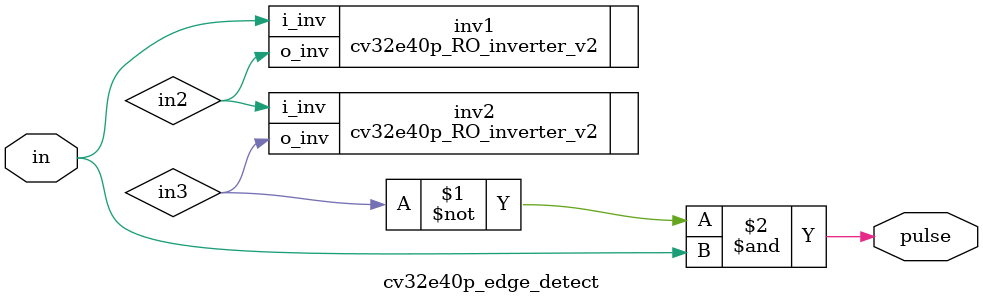
<source format=sv>
`timescale 1 ns / 1 ps

module cv32e40p_edge_detect
(
  input  logic 	in,
  output logic 	pulse
);
  logic  in2, in3;

  cv32e40p_RO_inverter_v2 inv1 (
    .i_inv(in),
    .o_inv(in2)
  );

  cv32e40p_RO_inverter_v2 inv2 (
    .i_inv(in2),
    .o_inv(in3)
  );

  assign pulse = ~in3 & in;
  
endmodule
</source>
